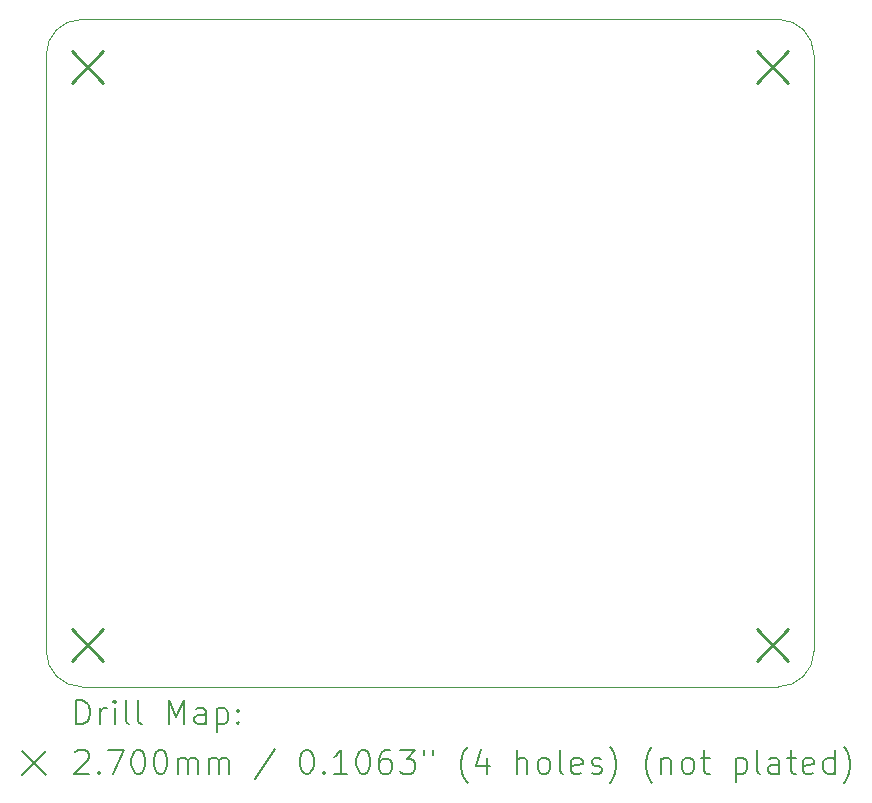
<source format=gbr>
%TF.GenerationSoftware,KiCad,Pcbnew,8.0.6-8.0.6-0~ubuntu22.04.1*%
%TF.CreationDate,2024-11-13T10:01:47+01:00*%
%TF.ProjectId,INA228_hat,494e4132-3238-45f6-9861-742e6b696361,rev?*%
%TF.SameCoordinates,Original*%
%TF.FileFunction,Drillmap*%
%TF.FilePolarity,Positive*%
%FSLAX45Y45*%
G04 Gerber Fmt 4.5, Leading zero omitted, Abs format (unit mm)*
G04 Created by KiCad (PCBNEW 8.0.6-8.0.6-0~ubuntu22.04.1) date 2024-11-13 10:01:47*
%MOMM*%
%LPD*%
G01*
G04 APERTURE LIST*
%ADD10C,0.100000*%
%ADD11C,0.200000*%
%ADD12C,0.270000*%
G04 APERTURE END LIST*
D10*
X16200000Y-4350000D02*
X10300000Y-4350000D01*
X16500000Y-9700000D02*
X16500000Y-4650000D01*
X10000000Y-4650000D02*
X10000000Y-6300000D01*
X10000000Y-4650000D02*
G75*
G02*
X10300000Y-4350000I300000J0D01*
G01*
X16200000Y-4350000D02*
G75*
G02*
X16500000Y-4650000I0J-300000D01*
G01*
X10300000Y-10000000D02*
G75*
G02*
X10000000Y-9700000I0J300000D01*
G01*
X10300000Y-10000000D02*
X16200000Y-10000000D01*
X16500000Y-9700000D02*
G75*
G02*
X16200000Y-10000000I-300000J0D01*
G01*
X10000000Y-6300000D02*
X10000000Y-9700000D01*
D11*
D12*
X10215000Y-4615000D02*
X10485000Y-4885000D01*
X10485000Y-4615000D02*
X10215000Y-4885000D01*
X10215000Y-9515000D02*
X10485000Y-9785000D01*
X10485000Y-9515000D02*
X10215000Y-9785000D01*
X16015000Y-4615000D02*
X16285000Y-4885000D01*
X16285000Y-4615000D02*
X16015000Y-4885000D01*
X16015000Y-9515000D02*
X16285000Y-9785000D01*
X16285000Y-9515000D02*
X16015000Y-9785000D01*
D11*
X10255777Y-10316484D02*
X10255777Y-10116484D01*
X10255777Y-10116484D02*
X10303396Y-10116484D01*
X10303396Y-10116484D02*
X10331967Y-10126008D01*
X10331967Y-10126008D02*
X10351015Y-10145055D01*
X10351015Y-10145055D02*
X10360539Y-10164103D01*
X10360539Y-10164103D02*
X10370063Y-10202198D01*
X10370063Y-10202198D02*
X10370063Y-10230770D01*
X10370063Y-10230770D02*
X10360539Y-10268865D01*
X10360539Y-10268865D02*
X10351015Y-10287912D01*
X10351015Y-10287912D02*
X10331967Y-10306960D01*
X10331967Y-10306960D02*
X10303396Y-10316484D01*
X10303396Y-10316484D02*
X10255777Y-10316484D01*
X10455777Y-10316484D02*
X10455777Y-10183150D01*
X10455777Y-10221246D02*
X10465301Y-10202198D01*
X10465301Y-10202198D02*
X10474824Y-10192674D01*
X10474824Y-10192674D02*
X10493872Y-10183150D01*
X10493872Y-10183150D02*
X10512920Y-10183150D01*
X10579586Y-10316484D02*
X10579586Y-10183150D01*
X10579586Y-10116484D02*
X10570063Y-10126008D01*
X10570063Y-10126008D02*
X10579586Y-10135531D01*
X10579586Y-10135531D02*
X10589110Y-10126008D01*
X10589110Y-10126008D02*
X10579586Y-10116484D01*
X10579586Y-10116484D02*
X10579586Y-10135531D01*
X10703396Y-10316484D02*
X10684348Y-10306960D01*
X10684348Y-10306960D02*
X10674824Y-10287912D01*
X10674824Y-10287912D02*
X10674824Y-10116484D01*
X10808158Y-10316484D02*
X10789110Y-10306960D01*
X10789110Y-10306960D02*
X10779586Y-10287912D01*
X10779586Y-10287912D02*
X10779586Y-10116484D01*
X11036729Y-10316484D02*
X11036729Y-10116484D01*
X11036729Y-10116484D02*
X11103396Y-10259341D01*
X11103396Y-10259341D02*
X11170063Y-10116484D01*
X11170063Y-10116484D02*
X11170063Y-10316484D01*
X11351015Y-10316484D02*
X11351015Y-10211722D01*
X11351015Y-10211722D02*
X11341491Y-10192674D01*
X11341491Y-10192674D02*
X11322443Y-10183150D01*
X11322443Y-10183150D02*
X11284348Y-10183150D01*
X11284348Y-10183150D02*
X11265301Y-10192674D01*
X11351015Y-10306960D02*
X11331967Y-10316484D01*
X11331967Y-10316484D02*
X11284348Y-10316484D01*
X11284348Y-10316484D02*
X11265301Y-10306960D01*
X11265301Y-10306960D02*
X11255777Y-10287912D01*
X11255777Y-10287912D02*
X11255777Y-10268865D01*
X11255777Y-10268865D02*
X11265301Y-10249817D01*
X11265301Y-10249817D02*
X11284348Y-10240293D01*
X11284348Y-10240293D02*
X11331967Y-10240293D01*
X11331967Y-10240293D02*
X11351015Y-10230770D01*
X11446253Y-10183150D02*
X11446253Y-10383150D01*
X11446253Y-10192674D02*
X11465301Y-10183150D01*
X11465301Y-10183150D02*
X11503396Y-10183150D01*
X11503396Y-10183150D02*
X11522443Y-10192674D01*
X11522443Y-10192674D02*
X11531967Y-10202198D01*
X11531967Y-10202198D02*
X11541491Y-10221246D01*
X11541491Y-10221246D02*
X11541491Y-10278389D01*
X11541491Y-10278389D02*
X11531967Y-10297436D01*
X11531967Y-10297436D02*
X11522443Y-10306960D01*
X11522443Y-10306960D02*
X11503396Y-10316484D01*
X11503396Y-10316484D02*
X11465301Y-10316484D01*
X11465301Y-10316484D02*
X11446253Y-10306960D01*
X11627205Y-10297436D02*
X11636729Y-10306960D01*
X11636729Y-10306960D02*
X11627205Y-10316484D01*
X11627205Y-10316484D02*
X11617682Y-10306960D01*
X11617682Y-10306960D02*
X11627205Y-10297436D01*
X11627205Y-10297436D02*
X11627205Y-10316484D01*
X11627205Y-10192674D02*
X11636729Y-10202198D01*
X11636729Y-10202198D02*
X11627205Y-10211722D01*
X11627205Y-10211722D02*
X11617682Y-10202198D01*
X11617682Y-10202198D02*
X11627205Y-10192674D01*
X11627205Y-10192674D02*
X11627205Y-10211722D01*
X9795000Y-10545000D02*
X9995000Y-10745000D01*
X9995000Y-10545000D02*
X9795000Y-10745000D01*
X10246253Y-10555531D02*
X10255777Y-10546008D01*
X10255777Y-10546008D02*
X10274824Y-10536484D01*
X10274824Y-10536484D02*
X10322444Y-10536484D01*
X10322444Y-10536484D02*
X10341491Y-10546008D01*
X10341491Y-10546008D02*
X10351015Y-10555531D01*
X10351015Y-10555531D02*
X10360539Y-10574579D01*
X10360539Y-10574579D02*
X10360539Y-10593627D01*
X10360539Y-10593627D02*
X10351015Y-10622198D01*
X10351015Y-10622198D02*
X10236729Y-10736484D01*
X10236729Y-10736484D02*
X10360539Y-10736484D01*
X10446253Y-10717436D02*
X10455777Y-10726960D01*
X10455777Y-10726960D02*
X10446253Y-10736484D01*
X10446253Y-10736484D02*
X10436729Y-10726960D01*
X10436729Y-10726960D02*
X10446253Y-10717436D01*
X10446253Y-10717436D02*
X10446253Y-10736484D01*
X10522444Y-10536484D02*
X10655777Y-10536484D01*
X10655777Y-10536484D02*
X10570063Y-10736484D01*
X10770063Y-10536484D02*
X10789110Y-10536484D01*
X10789110Y-10536484D02*
X10808158Y-10546008D01*
X10808158Y-10546008D02*
X10817682Y-10555531D01*
X10817682Y-10555531D02*
X10827205Y-10574579D01*
X10827205Y-10574579D02*
X10836729Y-10612674D01*
X10836729Y-10612674D02*
X10836729Y-10660293D01*
X10836729Y-10660293D02*
X10827205Y-10698389D01*
X10827205Y-10698389D02*
X10817682Y-10717436D01*
X10817682Y-10717436D02*
X10808158Y-10726960D01*
X10808158Y-10726960D02*
X10789110Y-10736484D01*
X10789110Y-10736484D02*
X10770063Y-10736484D01*
X10770063Y-10736484D02*
X10751015Y-10726960D01*
X10751015Y-10726960D02*
X10741491Y-10717436D01*
X10741491Y-10717436D02*
X10731967Y-10698389D01*
X10731967Y-10698389D02*
X10722444Y-10660293D01*
X10722444Y-10660293D02*
X10722444Y-10612674D01*
X10722444Y-10612674D02*
X10731967Y-10574579D01*
X10731967Y-10574579D02*
X10741491Y-10555531D01*
X10741491Y-10555531D02*
X10751015Y-10546008D01*
X10751015Y-10546008D02*
X10770063Y-10536484D01*
X10960539Y-10536484D02*
X10979586Y-10536484D01*
X10979586Y-10536484D02*
X10998634Y-10546008D01*
X10998634Y-10546008D02*
X11008158Y-10555531D01*
X11008158Y-10555531D02*
X11017682Y-10574579D01*
X11017682Y-10574579D02*
X11027205Y-10612674D01*
X11027205Y-10612674D02*
X11027205Y-10660293D01*
X11027205Y-10660293D02*
X11017682Y-10698389D01*
X11017682Y-10698389D02*
X11008158Y-10717436D01*
X11008158Y-10717436D02*
X10998634Y-10726960D01*
X10998634Y-10726960D02*
X10979586Y-10736484D01*
X10979586Y-10736484D02*
X10960539Y-10736484D01*
X10960539Y-10736484D02*
X10941491Y-10726960D01*
X10941491Y-10726960D02*
X10931967Y-10717436D01*
X10931967Y-10717436D02*
X10922444Y-10698389D01*
X10922444Y-10698389D02*
X10912920Y-10660293D01*
X10912920Y-10660293D02*
X10912920Y-10612674D01*
X10912920Y-10612674D02*
X10922444Y-10574579D01*
X10922444Y-10574579D02*
X10931967Y-10555531D01*
X10931967Y-10555531D02*
X10941491Y-10546008D01*
X10941491Y-10546008D02*
X10960539Y-10536484D01*
X11112920Y-10736484D02*
X11112920Y-10603150D01*
X11112920Y-10622198D02*
X11122444Y-10612674D01*
X11122444Y-10612674D02*
X11141491Y-10603150D01*
X11141491Y-10603150D02*
X11170063Y-10603150D01*
X11170063Y-10603150D02*
X11189110Y-10612674D01*
X11189110Y-10612674D02*
X11198634Y-10631722D01*
X11198634Y-10631722D02*
X11198634Y-10736484D01*
X11198634Y-10631722D02*
X11208158Y-10612674D01*
X11208158Y-10612674D02*
X11227205Y-10603150D01*
X11227205Y-10603150D02*
X11255777Y-10603150D01*
X11255777Y-10603150D02*
X11274824Y-10612674D01*
X11274824Y-10612674D02*
X11284348Y-10631722D01*
X11284348Y-10631722D02*
X11284348Y-10736484D01*
X11379586Y-10736484D02*
X11379586Y-10603150D01*
X11379586Y-10622198D02*
X11389110Y-10612674D01*
X11389110Y-10612674D02*
X11408158Y-10603150D01*
X11408158Y-10603150D02*
X11436729Y-10603150D01*
X11436729Y-10603150D02*
X11455777Y-10612674D01*
X11455777Y-10612674D02*
X11465301Y-10631722D01*
X11465301Y-10631722D02*
X11465301Y-10736484D01*
X11465301Y-10631722D02*
X11474824Y-10612674D01*
X11474824Y-10612674D02*
X11493872Y-10603150D01*
X11493872Y-10603150D02*
X11522443Y-10603150D01*
X11522443Y-10603150D02*
X11541491Y-10612674D01*
X11541491Y-10612674D02*
X11551015Y-10631722D01*
X11551015Y-10631722D02*
X11551015Y-10736484D01*
X11941491Y-10526960D02*
X11770063Y-10784103D01*
X12198634Y-10536484D02*
X12217682Y-10536484D01*
X12217682Y-10536484D02*
X12236729Y-10546008D01*
X12236729Y-10546008D02*
X12246253Y-10555531D01*
X12246253Y-10555531D02*
X12255777Y-10574579D01*
X12255777Y-10574579D02*
X12265301Y-10612674D01*
X12265301Y-10612674D02*
X12265301Y-10660293D01*
X12265301Y-10660293D02*
X12255777Y-10698389D01*
X12255777Y-10698389D02*
X12246253Y-10717436D01*
X12246253Y-10717436D02*
X12236729Y-10726960D01*
X12236729Y-10726960D02*
X12217682Y-10736484D01*
X12217682Y-10736484D02*
X12198634Y-10736484D01*
X12198634Y-10736484D02*
X12179586Y-10726960D01*
X12179586Y-10726960D02*
X12170063Y-10717436D01*
X12170063Y-10717436D02*
X12160539Y-10698389D01*
X12160539Y-10698389D02*
X12151015Y-10660293D01*
X12151015Y-10660293D02*
X12151015Y-10612674D01*
X12151015Y-10612674D02*
X12160539Y-10574579D01*
X12160539Y-10574579D02*
X12170063Y-10555531D01*
X12170063Y-10555531D02*
X12179586Y-10546008D01*
X12179586Y-10546008D02*
X12198634Y-10536484D01*
X12351015Y-10717436D02*
X12360539Y-10726960D01*
X12360539Y-10726960D02*
X12351015Y-10736484D01*
X12351015Y-10736484D02*
X12341491Y-10726960D01*
X12341491Y-10726960D02*
X12351015Y-10717436D01*
X12351015Y-10717436D02*
X12351015Y-10736484D01*
X12551015Y-10736484D02*
X12436729Y-10736484D01*
X12493872Y-10736484D02*
X12493872Y-10536484D01*
X12493872Y-10536484D02*
X12474825Y-10565055D01*
X12474825Y-10565055D02*
X12455777Y-10584103D01*
X12455777Y-10584103D02*
X12436729Y-10593627D01*
X12674825Y-10536484D02*
X12693872Y-10536484D01*
X12693872Y-10536484D02*
X12712920Y-10546008D01*
X12712920Y-10546008D02*
X12722444Y-10555531D01*
X12722444Y-10555531D02*
X12731967Y-10574579D01*
X12731967Y-10574579D02*
X12741491Y-10612674D01*
X12741491Y-10612674D02*
X12741491Y-10660293D01*
X12741491Y-10660293D02*
X12731967Y-10698389D01*
X12731967Y-10698389D02*
X12722444Y-10717436D01*
X12722444Y-10717436D02*
X12712920Y-10726960D01*
X12712920Y-10726960D02*
X12693872Y-10736484D01*
X12693872Y-10736484D02*
X12674825Y-10736484D01*
X12674825Y-10736484D02*
X12655777Y-10726960D01*
X12655777Y-10726960D02*
X12646253Y-10717436D01*
X12646253Y-10717436D02*
X12636729Y-10698389D01*
X12636729Y-10698389D02*
X12627206Y-10660293D01*
X12627206Y-10660293D02*
X12627206Y-10612674D01*
X12627206Y-10612674D02*
X12636729Y-10574579D01*
X12636729Y-10574579D02*
X12646253Y-10555531D01*
X12646253Y-10555531D02*
X12655777Y-10546008D01*
X12655777Y-10546008D02*
X12674825Y-10536484D01*
X12912920Y-10536484D02*
X12874825Y-10536484D01*
X12874825Y-10536484D02*
X12855777Y-10546008D01*
X12855777Y-10546008D02*
X12846253Y-10555531D01*
X12846253Y-10555531D02*
X12827206Y-10584103D01*
X12827206Y-10584103D02*
X12817682Y-10622198D01*
X12817682Y-10622198D02*
X12817682Y-10698389D01*
X12817682Y-10698389D02*
X12827206Y-10717436D01*
X12827206Y-10717436D02*
X12836729Y-10726960D01*
X12836729Y-10726960D02*
X12855777Y-10736484D01*
X12855777Y-10736484D02*
X12893872Y-10736484D01*
X12893872Y-10736484D02*
X12912920Y-10726960D01*
X12912920Y-10726960D02*
X12922444Y-10717436D01*
X12922444Y-10717436D02*
X12931967Y-10698389D01*
X12931967Y-10698389D02*
X12931967Y-10650770D01*
X12931967Y-10650770D02*
X12922444Y-10631722D01*
X12922444Y-10631722D02*
X12912920Y-10622198D01*
X12912920Y-10622198D02*
X12893872Y-10612674D01*
X12893872Y-10612674D02*
X12855777Y-10612674D01*
X12855777Y-10612674D02*
X12836729Y-10622198D01*
X12836729Y-10622198D02*
X12827206Y-10631722D01*
X12827206Y-10631722D02*
X12817682Y-10650770D01*
X12998634Y-10536484D02*
X13122444Y-10536484D01*
X13122444Y-10536484D02*
X13055777Y-10612674D01*
X13055777Y-10612674D02*
X13084348Y-10612674D01*
X13084348Y-10612674D02*
X13103396Y-10622198D01*
X13103396Y-10622198D02*
X13112920Y-10631722D01*
X13112920Y-10631722D02*
X13122444Y-10650770D01*
X13122444Y-10650770D02*
X13122444Y-10698389D01*
X13122444Y-10698389D02*
X13112920Y-10717436D01*
X13112920Y-10717436D02*
X13103396Y-10726960D01*
X13103396Y-10726960D02*
X13084348Y-10736484D01*
X13084348Y-10736484D02*
X13027206Y-10736484D01*
X13027206Y-10736484D02*
X13008158Y-10726960D01*
X13008158Y-10726960D02*
X12998634Y-10717436D01*
X13198634Y-10536484D02*
X13198634Y-10574579D01*
X13274825Y-10536484D02*
X13274825Y-10574579D01*
X13570063Y-10812674D02*
X13560539Y-10803150D01*
X13560539Y-10803150D02*
X13541491Y-10774579D01*
X13541491Y-10774579D02*
X13531968Y-10755531D01*
X13531968Y-10755531D02*
X13522444Y-10726960D01*
X13522444Y-10726960D02*
X13512920Y-10679341D01*
X13512920Y-10679341D02*
X13512920Y-10641246D01*
X13512920Y-10641246D02*
X13522444Y-10593627D01*
X13522444Y-10593627D02*
X13531968Y-10565055D01*
X13531968Y-10565055D02*
X13541491Y-10546008D01*
X13541491Y-10546008D02*
X13560539Y-10517436D01*
X13560539Y-10517436D02*
X13570063Y-10507912D01*
X13731968Y-10603150D02*
X13731968Y-10736484D01*
X13684348Y-10526960D02*
X13636729Y-10669817D01*
X13636729Y-10669817D02*
X13760539Y-10669817D01*
X13989110Y-10736484D02*
X13989110Y-10536484D01*
X14074825Y-10736484D02*
X14074825Y-10631722D01*
X14074825Y-10631722D02*
X14065301Y-10612674D01*
X14065301Y-10612674D02*
X14046253Y-10603150D01*
X14046253Y-10603150D02*
X14017682Y-10603150D01*
X14017682Y-10603150D02*
X13998634Y-10612674D01*
X13998634Y-10612674D02*
X13989110Y-10622198D01*
X14198634Y-10736484D02*
X14179587Y-10726960D01*
X14179587Y-10726960D02*
X14170063Y-10717436D01*
X14170063Y-10717436D02*
X14160539Y-10698389D01*
X14160539Y-10698389D02*
X14160539Y-10641246D01*
X14160539Y-10641246D02*
X14170063Y-10622198D01*
X14170063Y-10622198D02*
X14179587Y-10612674D01*
X14179587Y-10612674D02*
X14198634Y-10603150D01*
X14198634Y-10603150D02*
X14227206Y-10603150D01*
X14227206Y-10603150D02*
X14246253Y-10612674D01*
X14246253Y-10612674D02*
X14255777Y-10622198D01*
X14255777Y-10622198D02*
X14265301Y-10641246D01*
X14265301Y-10641246D02*
X14265301Y-10698389D01*
X14265301Y-10698389D02*
X14255777Y-10717436D01*
X14255777Y-10717436D02*
X14246253Y-10726960D01*
X14246253Y-10726960D02*
X14227206Y-10736484D01*
X14227206Y-10736484D02*
X14198634Y-10736484D01*
X14379587Y-10736484D02*
X14360539Y-10726960D01*
X14360539Y-10726960D02*
X14351015Y-10707912D01*
X14351015Y-10707912D02*
X14351015Y-10536484D01*
X14531968Y-10726960D02*
X14512920Y-10736484D01*
X14512920Y-10736484D02*
X14474825Y-10736484D01*
X14474825Y-10736484D02*
X14455777Y-10726960D01*
X14455777Y-10726960D02*
X14446253Y-10707912D01*
X14446253Y-10707912D02*
X14446253Y-10631722D01*
X14446253Y-10631722D02*
X14455777Y-10612674D01*
X14455777Y-10612674D02*
X14474825Y-10603150D01*
X14474825Y-10603150D02*
X14512920Y-10603150D01*
X14512920Y-10603150D02*
X14531968Y-10612674D01*
X14531968Y-10612674D02*
X14541491Y-10631722D01*
X14541491Y-10631722D02*
X14541491Y-10650770D01*
X14541491Y-10650770D02*
X14446253Y-10669817D01*
X14617682Y-10726960D02*
X14636730Y-10736484D01*
X14636730Y-10736484D02*
X14674825Y-10736484D01*
X14674825Y-10736484D02*
X14693872Y-10726960D01*
X14693872Y-10726960D02*
X14703396Y-10707912D01*
X14703396Y-10707912D02*
X14703396Y-10698389D01*
X14703396Y-10698389D02*
X14693872Y-10679341D01*
X14693872Y-10679341D02*
X14674825Y-10669817D01*
X14674825Y-10669817D02*
X14646253Y-10669817D01*
X14646253Y-10669817D02*
X14627206Y-10660293D01*
X14627206Y-10660293D02*
X14617682Y-10641246D01*
X14617682Y-10641246D02*
X14617682Y-10631722D01*
X14617682Y-10631722D02*
X14627206Y-10612674D01*
X14627206Y-10612674D02*
X14646253Y-10603150D01*
X14646253Y-10603150D02*
X14674825Y-10603150D01*
X14674825Y-10603150D02*
X14693872Y-10612674D01*
X14770063Y-10812674D02*
X14779587Y-10803150D01*
X14779587Y-10803150D02*
X14798634Y-10774579D01*
X14798634Y-10774579D02*
X14808158Y-10755531D01*
X14808158Y-10755531D02*
X14817682Y-10726960D01*
X14817682Y-10726960D02*
X14827206Y-10679341D01*
X14827206Y-10679341D02*
X14827206Y-10641246D01*
X14827206Y-10641246D02*
X14817682Y-10593627D01*
X14817682Y-10593627D02*
X14808158Y-10565055D01*
X14808158Y-10565055D02*
X14798634Y-10546008D01*
X14798634Y-10546008D02*
X14779587Y-10517436D01*
X14779587Y-10517436D02*
X14770063Y-10507912D01*
X15131968Y-10812674D02*
X15122444Y-10803150D01*
X15122444Y-10803150D02*
X15103396Y-10774579D01*
X15103396Y-10774579D02*
X15093872Y-10755531D01*
X15093872Y-10755531D02*
X15084349Y-10726960D01*
X15084349Y-10726960D02*
X15074825Y-10679341D01*
X15074825Y-10679341D02*
X15074825Y-10641246D01*
X15074825Y-10641246D02*
X15084349Y-10593627D01*
X15084349Y-10593627D02*
X15093872Y-10565055D01*
X15093872Y-10565055D02*
X15103396Y-10546008D01*
X15103396Y-10546008D02*
X15122444Y-10517436D01*
X15122444Y-10517436D02*
X15131968Y-10507912D01*
X15208158Y-10603150D02*
X15208158Y-10736484D01*
X15208158Y-10622198D02*
X15217682Y-10612674D01*
X15217682Y-10612674D02*
X15236730Y-10603150D01*
X15236730Y-10603150D02*
X15265301Y-10603150D01*
X15265301Y-10603150D02*
X15284349Y-10612674D01*
X15284349Y-10612674D02*
X15293872Y-10631722D01*
X15293872Y-10631722D02*
X15293872Y-10736484D01*
X15417682Y-10736484D02*
X15398634Y-10726960D01*
X15398634Y-10726960D02*
X15389111Y-10717436D01*
X15389111Y-10717436D02*
X15379587Y-10698389D01*
X15379587Y-10698389D02*
X15379587Y-10641246D01*
X15379587Y-10641246D02*
X15389111Y-10622198D01*
X15389111Y-10622198D02*
X15398634Y-10612674D01*
X15398634Y-10612674D02*
X15417682Y-10603150D01*
X15417682Y-10603150D02*
X15446253Y-10603150D01*
X15446253Y-10603150D02*
X15465301Y-10612674D01*
X15465301Y-10612674D02*
X15474825Y-10622198D01*
X15474825Y-10622198D02*
X15484349Y-10641246D01*
X15484349Y-10641246D02*
X15484349Y-10698389D01*
X15484349Y-10698389D02*
X15474825Y-10717436D01*
X15474825Y-10717436D02*
X15465301Y-10726960D01*
X15465301Y-10726960D02*
X15446253Y-10736484D01*
X15446253Y-10736484D02*
X15417682Y-10736484D01*
X15541492Y-10603150D02*
X15617682Y-10603150D01*
X15570063Y-10536484D02*
X15570063Y-10707912D01*
X15570063Y-10707912D02*
X15579587Y-10726960D01*
X15579587Y-10726960D02*
X15598634Y-10736484D01*
X15598634Y-10736484D02*
X15617682Y-10736484D01*
X15836730Y-10603150D02*
X15836730Y-10803150D01*
X15836730Y-10612674D02*
X15855777Y-10603150D01*
X15855777Y-10603150D02*
X15893873Y-10603150D01*
X15893873Y-10603150D02*
X15912920Y-10612674D01*
X15912920Y-10612674D02*
X15922444Y-10622198D01*
X15922444Y-10622198D02*
X15931968Y-10641246D01*
X15931968Y-10641246D02*
X15931968Y-10698389D01*
X15931968Y-10698389D02*
X15922444Y-10717436D01*
X15922444Y-10717436D02*
X15912920Y-10726960D01*
X15912920Y-10726960D02*
X15893873Y-10736484D01*
X15893873Y-10736484D02*
X15855777Y-10736484D01*
X15855777Y-10736484D02*
X15836730Y-10726960D01*
X16046253Y-10736484D02*
X16027206Y-10726960D01*
X16027206Y-10726960D02*
X16017682Y-10707912D01*
X16017682Y-10707912D02*
X16017682Y-10536484D01*
X16208158Y-10736484D02*
X16208158Y-10631722D01*
X16208158Y-10631722D02*
X16198634Y-10612674D01*
X16198634Y-10612674D02*
X16179587Y-10603150D01*
X16179587Y-10603150D02*
X16141492Y-10603150D01*
X16141492Y-10603150D02*
X16122444Y-10612674D01*
X16208158Y-10726960D02*
X16189111Y-10736484D01*
X16189111Y-10736484D02*
X16141492Y-10736484D01*
X16141492Y-10736484D02*
X16122444Y-10726960D01*
X16122444Y-10726960D02*
X16112920Y-10707912D01*
X16112920Y-10707912D02*
X16112920Y-10688865D01*
X16112920Y-10688865D02*
X16122444Y-10669817D01*
X16122444Y-10669817D02*
X16141492Y-10660293D01*
X16141492Y-10660293D02*
X16189111Y-10660293D01*
X16189111Y-10660293D02*
X16208158Y-10650770D01*
X16274825Y-10603150D02*
X16351015Y-10603150D01*
X16303396Y-10536484D02*
X16303396Y-10707912D01*
X16303396Y-10707912D02*
X16312920Y-10726960D01*
X16312920Y-10726960D02*
X16331968Y-10736484D01*
X16331968Y-10736484D02*
X16351015Y-10736484D01*
X16493873Y-10726960D02*
X16474825Y-10736484D01*
X16474825Y-10736484D02*
X16436730Y-10736484D01*
X16436730Y-10736484D02*
X16417682Y-10726960D01*
X16417682Y-10726960D02*
X16408158Y-10707912D01*
X16408158Y-10707912D02*
X16408158Y-10631722D01*
X16408158Y-10631722D02*
X16417682Y-10612674D01*
X16417682Y-10612674D02*
X16436730Y-10603150D01*
X16436730Y-10603150D02*
X16474825Y-10603150D01*
X16474825Y-10603150D02*
X16493873Y-10612674D01*
X16493873Y-10612674D02*
X16503396Y-10631722D01*
X16503396Y-10631722D02*
X16503396Y-10650770D01*
X16503396Y-10650770D02*
X16408158Y-10669817D01*
X16674825Y-10736484D02*
X16674825Y-10536484D01*
X16674825Y-10726960D02*
X16655777Y-10736484D01*
X16655777Y-10736484D02*
X16617682Y-10736484D01*
X16617682Y-10736484D02*
X16598634Y-10726960D01*
X16598634Y-10726960D02*
X16589111Y-10717436D01*
X16589111Y-10717436D02*
X16579587Y-10698389D01*
X16579587Y-10698389D02*
X16579587Y-10641246D01*
X16579587Y-10641246D02*
X16589111Y-10622198D01*
X16589111Y-10622198D02*
X16598634Y-10612674D01*
X16598634Y-10612674D02*
X16617682Y-10603150D01*
X16617682Y-10603150D02*
X16655777Y-10603150D01*
X16655777Y-10603150D02*
X16674825Y-10612674D01*
X16751015Y-10812674D02*
X16760539Y-10803150D01*
X16760539Y-10803150D02*
X16779587Y-10774579D01*
X16779587Y-10774579D02*
X16789111Y-10755531D01*
X16789111Y-10755531D02*
X16798635Y-10726960D01*
X16798635Y-10726960D02*
X16808158Y-10679341D01*
X16808158Y-10679341D02*
X16808158Y-10641246D01*
X16808158Y-10641246D02*
X16798635Y-10593627D01*
X16798635Y-10593627D02*
X16789111Y-10565055D01*
X16789111Y-10565055D02*
X16779587Y-10546008D01*
X16779587Y-10546008D02*
X16760539Y-10517436D01*
X16760539Y-10517436D02*
X16751015Y-10507912D01*
M02*

</source>
